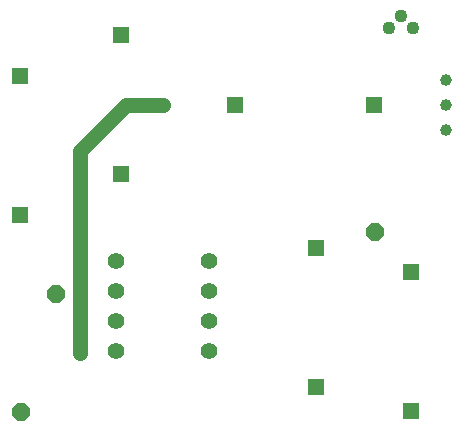
<source format=gbr>
G04 EAGLE Gerber RS-274X export*
G75*
%MOMM*%
%FSLAX34Y34*%
%LPD*%
%INBottom Copper*%
%IPPOS*%
%AMOC8*
5,1,8,0,0,1.08239X$1,22.5*%
G01*
G04 Define Apertures*
%ADD10R,1.430000X1.430000*%
%ADD11C,1.108000*%
%ADD12C,1.413300*%
%ADD13C,1.008000*%
%ADD14P,1.64956X8X22.5*%
%ADD15C,1.056400*%
%ADD16C,1.270000*%
D10*
X360000Y41200D03*
X360000Y158800D03*
X211200Y300000D03*
X328800Y300000D03*
X280000Y61200D03*
X280000Y178800D03*
X29600Y207000D03*
X29600Y324600D03*
X114700Y241300D03*
X114700Y358900D03*
D11*
X361700Y365000D03*
X341700Y365000D03*
X351700Y375000D03*
D12*
X110650Y168100D03*
X110650Y142700D03*
X110650Y117300D03*
X110650Y91900D03*
X189350Y91900D03*
X189350Y117300D03*
X189350Y142700D03*
X189350Y168100D03*
D13*
X390000Y300000D03*
X390000Y321000D03*
X390000Y279000D03*
D14*
X330000Y192220D03*
X60000Y140000D03*
X30000Y40000D03*
D15*
X80000Y90000D03*
X150000Y300000D03*
D16*
X118765Y300000D01*
X80000Y261236D01*
X80000Y90000D01*
M02*

</source>
